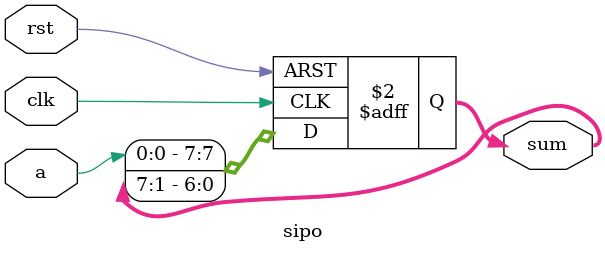
<source format=v>
module sipo(
	input clk,
	input rst,
	input a,
	output reg [7:0] sum
	);

	// Positive edge triggered flip flop
	always @(posedge clk or posedge rst)
	begin
		if(rst)
			sum=8'b0;
		else
			sum = {a, sum[7:1]};
	end
endmodule
</source>
